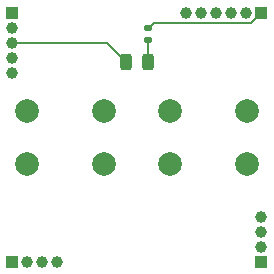
<source format=gtl>
%TF.GenerationSoftware,KiCad,Pcbnew,9.0.5-1.fc42*%
%TF.CreationDate,2025-12-03T02:48:56+01:00*%
%TF.ProjectId,Block-Switch-2H,426c6f63-6b2d-4537-9769-7463682d3248,1*%
%TF.SameCoordinates,Original*%
%TF.FileFunction,Copper,L1,Top*%
%TF.FilePolarity,Positive*%
%FSLAX46Y46*%
G04 Gerber Fmt 4.6, Leading zero omitted, Abs format (unit mm)*
G04 Created by KiCad (PCBNEW 9.0.5-1.fc42) date 2025-12-03 02:48:56*
%MOMM*%
%LPD*%
G01*
G04 APERTURE LIST*
G04 Aperture macros list*
%AMRoundRect*
0 Rectangle with rounded corners*
0 $1 Rounding radius*
0 $2 $3 $4 $5 $6 $7 $8 $9 X,Y pos of 4 corners*
0 Add a 4 corners polygon primitive as box body*
4,1,4,$2,$3,$4,$5,$6,$7,$8,$9,$2,$3,0*
0 Add four circle primitives for the rounded corners*
1,1,$1+$1,$2,$3*
1,1,$1+$1,$4,$5*
1,1,$1+$1,$6,$7*
1,1,$1+$1,$8,$9*
0 Add four rect primitives between the rounded corners*
20,1,$1+$1,$2,$3,$4,$5,0*
20,1,$1+$1,$4,$5,$6,$7,0*
20,1,$1+$1,$6,$7,$8,$9,0*
20,1,$1+$1,$8,$9,$2,$3,0*%
G04 Aperture macros list end*
%TA.AperFunction,SMDPad,CuDef*%
%ADD10RoundRect,0.243750X-0.243750X-0.456250X0.243750X-0.456250X0.243750X0.456250X-0.243750X0.456250X0*%
%TD*%
%TA.AperFunction,ComponentPad*%
%ADD11C,2.000000*%
%TD*%
%TA.AperFunction,SMDPad,CuDef*%
%ADD12RoundRect,0.135000X-0.185000X0.135000X-0.185000X-0.135000X0.185000X-0.135000X0.185000X0.135000X0*%
%TD*%
%TA.AperFunction,ComponentPad*%
%ADD13R,1.000000X1.000000*%
%TD*%
%TA.AperFunction,ComponentPad*%
%ADD14C,1.000000*%
%TD*%
%TA.AperFunction,Conductor*%
%ADD15C,0.200000*%
%TD*%
G04 APERTURE END LIST*
D10*
%TO.P,D1,1,K*%
%TO.N,GND*%
X138147500Y-107289600D03*
%TO.P,D1,2,A*%
%TO.N,Net-(D1-A)*%
X140022500Y-107289600D03*
%TD*%
D11*
%TO.P,SW2,1,1*%
%TO.N,Net-(R2-Pad2)*%
X141847300Y-111415000D03*
X148347300Y-111415000D03*
%TO.P,SW2,2,2*%
%TO.N,/B*%
X141847300Y-115915000D03*
X148347300Y-115915000D03*
%TD*%
D12*
%TO.P,R3,1*%
%TO.N,/LED*%
X140022500Y-104442800D03*
%TO.P,R3,2*%
%TO.N,Net-(D1-A)*%
X140022500Y-105462800D03*
%TD*%
D11*
%TO.P,SW1,1,1*%
%TO.N,Net-(R1-Pad2)*%
X129782700Y-111415000D03*
X136282700Y-111415000D03*
%TO.P,SW1,2,2*%
%TO.N,/A*%
X129782700Y-115915000D03*
X136282700Y-115915000D03*
%TD*%
D13*
%TO.P,J4,1,Pin_1*%
%TO.N,/Typ0*%
X128525000Y-124205000D03*
D14*
%TO.P,J4,2,Pin_2*%
%TO.N,/Typ1*%
X129795000Y-124205000D03*
%TO.P,J4,3,Pin_3*%
%TO.N,/Typ2*%
X131065000Y-124205000D03*
%TO.P,J4,4,Pin_4*%
%TO.N,/Typ3*%
X132335000Y-124205000D03*
%TD*%
D13*
%TO.P,J2,1,Pin_1*%
%TO.N,/Addr0*%
X149605000Y-124205000D03*
D14*
%TO.P,J2,2,Pin_2*%
%TO.N,/Addr1*%
X149605000Y-122935000D03*
%TO.P,J2,3,Pin_3*%
%TO.N,/Addr2*%
X149605000Y-121665000D03*
%TO.P,J2,4,Pin_4*%
%TO.N,/Addr3*%
X149605000Y-120395000D03*
%TD*%
D13*
%TO.P,J1,1,Pin_1*%
%TO.N,/+3.3V Digital*%
X128525000Y-103125000D03*
D14*
%TO.P,J1,2,Pin_2*%
%TO.N,/AREF*%
X128525000Y-104395000D03*
%TO.P,J1,3,Pin_3*%
%TO.N,GND*%
X128525000Y-105665000D03*
%TO.P,J1,4,Pin_4*%
%TO.N,/SlotBus.Data*%
X128525000Y-106935000D03*
%TO.P,J1,5,Pin_5*%
%TO.N,/SlotBus.Clock*%
X128525000Y-108205000D03*
%TD*%
D13*
%TO.P,J3,1,Pin_1*%
%TO.N,/LED*%
X149605000Y-103125000D03*
D14*
%TO.P,J3,2,Pin_2*%
%TO.N,/C*%
X148335000Y-103125000D03*
%TO.P,J3,3,Pin_3*%
%TO.N,/B*%
X147065000Y-103125000D03*
%TO.P,J3,4,Pin_4*%
%TO.N,/A*%
X145795000Y-103125000D03*
%TO.P,J3,5,Pin_5*%
%TO.N,/A1*%
X144525000Y-103125000D03*
%TO.P,J3,6,Pin_6*%
%TO.N,/A0*%
X143255000Y-103125000D03*
%TD*%
D15*
%TO.N,GND*%
X138147500Y-107289600D02*
X136522900Y-105665000D01*
X136522900Y-105665000D02*
X128525000Y-105665000D01*
%TO.N,Net-(D1-A)*%
X140022500Y-105462800D02*
X140022500Y-107289600D01*
%TO.N,/LED*%
X140022500Y-104442800D02*
X140477700Y-103987600D01*
X148742400Y-103987600D02*
X149605000Y-103125000D01*
X140477700Y-103987600D02*
X148742400Y-103987600D01*
%TD*%
M02*

</source>
